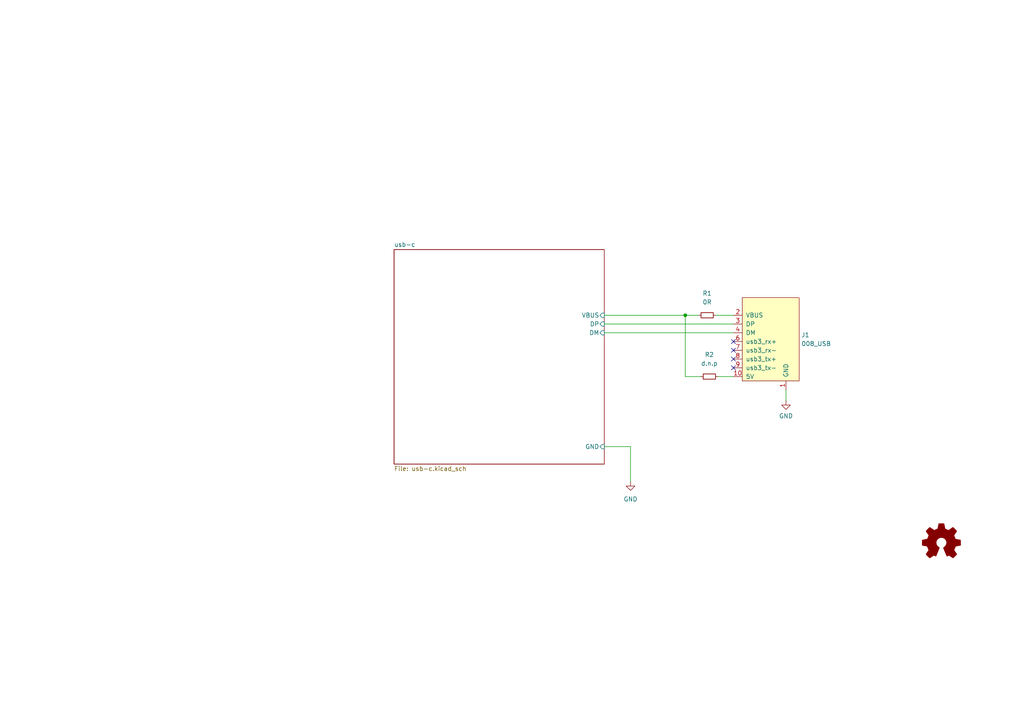
<source format=kicad_sch>
(kicad_sch (version 20211123) (generator eeschema)

  (uuid 57732dd3-1162-4c3f-88bd-31bf473d124d)

  (paper "A4")

  (lib_symbols
    (symbol "Device:R_Small" (pin_numbers hide) (pin_names (offset 0.254) hide) (in_bom yes) (on_board yes)
      (property "Reference" "R" (id 0) (at 0.762 0.508 0)
        (effects (font (size 1.27 1.27)) (justify left))
      )
      (property "Value" "R_Small" (id 1) (at 0.762 -1.016 0)
        (effects (font (size 1.27 1.27)) (justify left))
      )
      (property "Footprint" "" (id 2) (at 0 0 0)
        (effects (font (size 1.27 1.27)) hide)
      )
      (property "Datasheet" "~" (id 3) (at 0 0 0)
        (effects (font (size 1.27 1.27)) hide)
      )
      (property "ki_keywords" "R resistor" (id 4) (at 0 0 0)
        (effects (font (size 1.27 1.27)) hide)
      )
      (property "ki_description" "Resistor, small symbol" (id 5) (at 0 0 0)
        (effects (font (size 1.27 1.27)) hide)
      )
      (property "ki_fp_filters" "R_*" (id 6) (at 0 0 0)
        (effects (font (size 1.27 1.27)) hide)
      )
      (symbol "R_Small_0_1"
        (rectangle (start -0.762 1.778) (end 0.762 -1.778)
          (stroke (width 0.2032) (type default) (color 0 0 0 0))
          (fill (type none))
        )
      )
      (symbol "R_Small_1_1"
        (pin passive line (at 0 2.54 270) (length 0.762)
          (name "~" (effects (font (size 1.27 1.27))))
          (number "1" (effects (font (size 1.27 1.27))))
        )
        (pin passive line (at 0 -2.54 90) (length 0.762)
          (name "~" (effects (font (size 1.27 1.27))))
          (number "2" (effects (font (size 1.27 1.27))))
        )
      )
    )
    (symbol "Graphic:Logo_Open_Hardware_Small" (pin_names (offset 1.016)) (in_bom yes) (on_board yes)
      (property "Reference" "#LOGO" (id 0) (at 0 6.985 0)
        (effects (font (size 1.27 1.27)) hide)
      )
      (property "Value" "Logo_Open_Hardware_Small" (id 1) (at 0 -5.715 0)
        (effects (font (size 1.27 1.27)) hide)
      )
      (property "Footprint" "" (id 2) (at 0 0 0)
        (effects (font (size 1.27 1.27)) hide)
      )
      (property "Datasheet" "~" (id 3) (at 0 0 0)
        (effects (font (size 1.27 1.27)) hide)
      )
      (property "ki_keywords" "Logo" (id 4) (at 0 0 0)
        (effects (font (size 1.27 1.27)) hide)
      )
      (property "ki_description" "Open Hardware logo, small" (id 5) (at 0 0 0)
        (effects (font (size 1.27 1.27)) hide)
      )
      (symbol "Logo_Open_Hardware_Small_0_1"
        (polyline
          (pts
            (xy 3.3528 -4.3434)
            (xy 3.302 -4.318)
            (xy 3.175 -4.2418)
            (xy 2.9972 -4.1148)
            (xy 2.7686 -3.9624)
            (xy 2.54 -3.81)
            (xy 2.3622 -3.7084)
            (xy 2.2352 -3.6068)
            (xy 2.1844 -3.5814)
            (xy 2.159 -3.6068)
            (xy 2.0574 -3.6576)
            (xy 1.905 -3.7338)
            (xy 1.8034 -3.7846)
            (xy 1.6764 -3.8354)
            (xy 1.6002 -3.8354)
            (xy 1.6002 -3.8354)
            (xy 1.5494 -3.7338)
            (xy 1.4732 -3.5306)
            (xy 1.3462 -3.302)
            (xy 1.2446 -3.0226)
            (xy 1.1176 -2.7178)
            (xy 0.9652 -2.413)
            (xy 0.8636 -2.1082)
            (xy 0.7366 -1.8288)
            (xy 0.6604 -1.6256)
            (xy 0.6096 -1.4732)
            (xy 0.5842 -1.397)
            (xy 0.5842 -1.397)
            (xy 0.6604 -1.3208)
            (xy 0.7874 -1.2446)
            (xy 1.0414 -1.016)
            (xy 1.2954 -0.6858)
            (xy 1.4478 -0.3302)
            (xy 1.524 0.0762)
            (xy 1.4732 0.4572)
            (xy 1.3208 0.8128)
            (xy 1.0668 1.143)
            (xy 0.762 1.3716)
            (xy 0.4064 1.524)
            (xy 0 1.5748)
            (xy -0.381 1.5494)
            (xy -0.7366 1.397)
            (xy -1.0668 1.143)
            (xy -1.2192 0.9906)
            (xy -1.397 0.6604)
            (xy -1.524 0.3048)
            (xy -1.524 0.2286)
            (xy -1.4986 -0.1778)
            (xy -1.397 -0.5334)
            (xy -1.1938 -0.8636)
            (xy -0.9144 -1.143)
            (xy -0.8636 -1.1684)
            (xy -0.7366 -1.27)
            (xy -0.635 -1.3462)
            (xy -0.5842 -1.397)
            (xy -1.0668 -2.5908)
            (xy -1.143 -2.794)
            (xy -1.2954 -3.1242)
            (xy -1.397 -3.4036)
            (xy -1.4986 -3.6322)
            (xy -1.5748 -3.7846)
            (xy -1.6002 -3.8354)
            (xy -1.6002 -3.8354)
            (xy -1.651 -3.8354)
            (xy -1.7272 -3.81)
            (xy -1.905 -3.7338)
            (xy -2.0066 -3.683)
            (xy -2.1336 -3.6068)
            (xy -2.2098 -3.5814)
            (xy -2.2606 -3.6068)
            (xy -2.3622 -3.683)
            (xy -2.54 -3.81)
            (xy -2.7686 -3.9624)
            (xy -2.9718 -4.0894)
            (xy -3.1496 -4.2164)
            (xy -3.302 -4.318)
            (xy -3.3528 -4.3434)
            (xy -3.3782 -4.3434)
            (xy -3.429 -4.318)
            (xy -3.5306 -4.2164)
            (xy -3.7084 -4.064)
            (xy -3.937 -3.8354)
            (xy -3.9624 -3.81)
            (xy -4.1656 -3.6068)
            (xy -4.318 -3.4544)
            (xy -4.4196 -3.3274)
            (xy -4.445 -3.2766)
            (xy -4.445 -3.2766)
            (xy -4.4196 -3.2258)
            (xy -4.318 -3.0734)
            (xy -4.2164 -2.8956)
            (xy -4.064 -2.667)
            (xy -3.6576 -2.0828)
            (xy -3.8862 -1.5494)
            (xy -3.937 -1.3716)
            (xy -4.0386 -1.1684)
            (xy -4.0894 -1.0414)
            (xy -4.1148 -0.9652)
            (xy -4.191 -0.9398)
            (xy -4.318 -0.9144)
            (xy -4.5466 -0.8636)
            (xy -4.8006 -0.8128)
            (xy -5.0546 -0.7874)
            (xy -5.2578 -0.7366)
            (xy -5.4356 -0.7112)
            (xy -5.5118 -0.6858)
            (xy -5.5118 -0.6858)
            (xy -5.5372 -0.635)
            (xy -5.5372 -0.5588)
            (xy -5.5372 -0.4318)
            (xy -5.5626 -0.2286)
            (xy -5.5626 0.0762)
            (xy -5.5626 0.127)
            (xy -5.5372 0.4064)
            (xy -5.5372 0.635)
            (xy -5.5372 0.762)
            (xy -5.5372 0.8382)
            (xy -5.5372 0.8382)
            (xy -5.461 0.8382)
            (xy -5.3086 0.889)
            (xy -5.08 0.9144)
            (xy -4.826 0.9652)
            (xy -4.8006 0.9906)
            (xy -4.5466 1.0414)
            (xy -4.318 1.0668)
            (xy -4.1656 1.1176)
            (xy -4.0894 1.143)
            (xy -4.0894 1.143)
            (xy -4.0386 1.2446)
            (xy -3.9624 1.4224)
            (xy -3.8608 1.6256)
            (xy -3.7846 1.8288)
            (xy -3.7084 2.0066)
            (xy -3.6576 2.159)
            (xy -3.6322 2.2098)
            (xy -3.6322 2.2098)
            (xy -3.683 2.286)
            (xy -3.7592 2.413)
            (xy -3.8862 2.5908)
            (xy -4.064 2.8194)
            (xy -4.064 2.8448)
            (xy -4.2164 3.0734)
            (xy -4.3434 3.2512)
            (xy -4.4196 3.3782)
            (xy -4.445 3.4544)
            (xy -4.445 3.4544)
            (xy -4.3942 3.5052)
            (xy -4.2926 3.6322)
            (xy -4.1148 3.81)
            (xy -3.937 4.0132)
            (xy -3.8608 4.064)
            (xy -3.6576 4.2926)
            (xy -3.5052 4.4196)
            (xy -3.4036 4.4958)
            (xy -3.3528 4.5212)
            (xy -3.3528 4.5212)
            (xy -3.302 4.4704)
            (xy -3.1496 4.3688)
            (xy -2.9718 4.2418)
            (xy -2.7432 4.0894)
            (xy -2.7178 4.0894)
            (xy -2.4892 3.937)
            (xy -2.3114 3.81)
            (xy -2.1844 3.7084)
            (xy -2.1336 3.683)
            (xy -2.1082 3.683)
            (xy -2.032 3.7084)
            (xy -1.8542 3.7592)
            (xy -1.6764 3.8354)
            (xy -1.4732 3.937)
            (xy -1.27 4.0132)
            (xy -1.143 4.064)
            (xy -1.0668 4.1148)
            (xy -1.0668 4.1148)
            (xy -1.0414 4.191)
            (xy -1.016 4.3434)
            (xy -0.9652 4.572)
            (xy -0.9144 4.8514)
            (xy -0.889 4.9022)
            (xy -0.8382 5.1562)
            (xy -0.8128 5.3848)
            (xy -0.7874 5.5372)
            (xy -0.762 5.588)
            (xy -0.7112 5.6134)
            (xy -0.5842 5.6134)
            (xy -0.4064 5.6134)
            (xy -0.1524 5.6134)
            (xy 0.0762 5.6134)
            (xy 0.3302 5.6134)
            (xy 0.5334 5.6134)
            (xy 0.6858 5.588)
            (xy 0.7366 5.588)
            (xy 0.7366 5.588)
            (xy 0.762 5.5118)
            (xy 0.8128 5.334)
            (xy 0.8382 5.1054)
            (xy 0.9144 4.826)
            (xy 0.9144 4.7752)
            (xy 0.9652 4.5212)
            (xy 1.016 4.2926)
            (xy 1.0414 4.1402)
            (xy 1.0668 4.0894)
            (xy 1.0668 4.0894)
            (xy 1.1938 4.0386)
            (xy 1.3716 3.9624)
            (xy 1.5748 3.8608)
            (xy 2.0828 3.6576)
            (xy 2.7178 4.0894)
            (xy 2.7686 4.1402)
            (xy 2.9972 4.2926)
            (xy 3.175 4.4196)
            (xy 3.302 4.4958)
            (xy 3.3782 4.5212)
            (xy 3.3782 4.5212)
            (xy 3.429 4.4704)
            (xy 3.556 4.3434)
            (xy 3.7338 4.191)
            (xy 3.9116 3.9878)
            (xy 4.064 3.8354)
            (xy 4.2418 3.6576)
            (xy 4.3434 3.556)
            (xy 4.4196 3.4798)
            (xy 4.4196 3.429)
            (xy 4.4196 3.4036)
            (xy 4.3942 3.3274)
            (xy 4.2926 3.2004)
            (xy 4.1656 2.9972)
            (xy 4.0132 2.794)
            (xy 3.8862 2.5908)
            (xy 3.7592 2.3876)
            (xy 3.6576 2.2352)
            (xy 3.6322 2.159)
            (xy 3.6322 2.1336)
            (xy 3.683 2.0066)
            (xy 3.7592 1.8288)
            (xy 3.8608 1.6002)
            (xy 4.064 1.1176)
            (xy 4.3942 1.0414)
            (xy 4.5974 1.016)
            (xy 4.8768 0.9652)
            (xy 5.1308 0.9144)
            (xy 5.5372 0.8382)
            (xy 5.5626 -0.6604)
            (xy 5.4864 -0.6858)
            (xy 5.4356 -0.6858)
            (xy 5.2832 -0.7366)
            (xy 5.0546 -0.762)
            (xy 4.8006 -0.8128)
            (xy 4.5974 -0.8636)
            (xy 4.3688 -0.9144)
            (xy 4.2164 -0.9398)
            (xy 4.1402 -0.9398)
            (xy 4.1148 -0.9652)
            (xy 4.064 -1.0668)
            (xy 3.9878 -1.2446)
            (xy 3.9116 -1.4478)
            (xy 3.81 -1.651)
            (xy 3.7338 -1.8542)
            (xy 3.683 -2.0066)
            (xy 3.6576 -2.0828)
            (xy 3.683 -2.1336)
            (xy 3.7846 -2.2606)
            (xy 3.8862 -2.4638)
            (xy 4.0386 -2.667)
            (xy 4.191 -2.8956)
            (xy 4.318 -3.0734)
            (xy 4.3942 -3.2004)
            (xy 4.445 -3.2766)
            (xy 4.4196 -3.3274)
            (xy 4.3434 -3.429)
            (xy 4.1656 -3.5814)
            (xy 3.937 -3.8354)
            (xy 3.8862 -3.8608)
            (xy 3.683 -4.064)
            (xy 3.5306 -4.2164)
            (xy 3.4036 -4.318)
            (xy 3.3528 -4.3434)
          )
          (stroke (width 0) (type default) (color 0 0 0 0))
          (fill (type outline))
        )
      )
    )
    (symbol "power:GND" (power) (pin_names (offset 0)) (in_bom yes) (on_board yes)
      (property "Reference" "#PWR" (id 0) (at 0 -6.35 0)
        (effects (font (size 1.27 1.27)) hide)
      )
      (property "Value" "GND" (id 1) (at 0 -3.81 0)
        (effects (font (size 1.27 1.27)))
      )
      (property "Footprint" "" (id 2) (at 0 0 0)
        (effects (font (size 1.27 1.27)) hide)
      )
      (property "Datasheet" "" (id 3) (at 0 0 0)
        (effects (font (size 1.27 1.27)) hide)
      )
      (property "ki_keywords" "power-flag" (id 4) (at 0 0 0)
        (effects (font (size 1.27 1.27)) hide)
      )
      (property "ki_description" "Power symbol creates a global label with name \"GND\" , ground" (id 5) (at 0 0 0)
        (effects (font (size 1.27 1.27)) hide)
      )
      (symbol "GND_0_1"
        (polyline
          (pts
            (xy 0 0)
            (xy 0 -1.27)
            (xy 1.27 -1.27)
            (xy 0 -2.54)
            (xy -1.27 -1.27)
            (xy 0 -1.27)
          )
          (stroke (width 0) (type default) (color 0 0 0 0))
          (fill (type none))
        )
      )
      (symbol "GND_1_1"
        (pin power_in line (at 0 0 270) (length 0) hide
          (name "GND" (effects (font (size 1.27 1.27))))
          (number "1" (effects (font (size 1.27 1.27))))
        )
      )
    )
    (symbol "put_on_edge:008_USB" (pin_names (offset 1.016)) (in_bom yes) (on_board yes)
      (property "Reference" "J" (id 0) (at -2.54 13.97 0)
        (effects (font (size 1.27 1.27)))
      )
      (property "Value" "008_USB" (id 1) (at 8.89 13.97 0)
        (effects (font (size 1.27 1.27)))
      )
      (property "Footprint" "" (id 2) (at 7.62 16.51 0)
        (effects (font (size 1.27 1.27)) hide)
      )
      (property "Datasheet" "" (id 3) (at 7.62 16.51 0)
        (effects (font (size 1.27 1.27)) hide)
      )
      (symbol "008_USB_0_1"
        (rectangle (start -8.89 12.7) (end 7.62 -11.43)
          (stroke (width 0) (type default) (color 0 0 0 0))
          (fill (type background))
        )
      )
      (symbol "008_USB_1_1"
        (pin power_in line (at 3.81 -13.97 90) (length 2.54)
          (name "GND" (effects (font (size 1.27 1.27))))
          (number "1" (effects (font (size 1.27 1.27))))
        )
        (pin power_in line (at -11.43 -10.16 0) (length 2.54)
          (name "5V" (effects (font (size 1.27 1.27))))
          (number "10" (effects (font (size 1.27 1.27))))
        )
        (pin power_in line (at -11.43 7.62 0) (length 2.54)
          (name "VBUS" (effects (font (size 1.27 1.27))))
          (number "2" (effects (font (size 1.27 1.27))))
        )
        (pin bidirectional line (at -11.43 5.08 0) (length 2.54)
          (name "DP" (effects (font (size 1.27 1.27))))
          (number "3" (effects (font (size 1.27 1.27))))
        )
        (pin bidirectional line (at -11.43 2.54 0) (length 2.54)
          (name "DM" (effects (font (size 1.27 1.27))))
          (number "4" (effects (font (size 1.27 1.27))))
        )
        (pin input line (at -11.43 0 0) (length 2.54)
          (name "usb3_rx+" (effects (font (size 1.27 1.27))))
          (number "6" (effects (font (size 1.27 1.27))))
        )
        (pin input line (at -11.43 -2.54 0) (length 2.54)
          (name "usb3_rx-" (effects (font (size 1.27 1.27))))
          (number "7" (effects (font (size 1.27 1.27))))
        )
        (pin input line (at -11.43 -5.08 0) (length 2.54)
          (name "usb3_tx+" (effects (font (size 1.27 1.27))))
          (number "8" (effects (font (size 1.27 1.27))))
        )
        (pin input line (at -11.43 -7.62 0) (length 2.54)
          (name "usb3_tx-" (effects (font (size 1.27 1.27))))
          (number "9" (effects (font (size 1.27 1.27))))
        )
      )
    )
  )

  (junction (at 198.755 91.44) (diameter 0) (color 0 0 0 0)
    (uuid 22886355-7435-405d-8e03-5da293d70a13)
  )

  (no_connect (at 212.725 106.68) (uuid dee7acaa-6648-4176-b57c-7681de2640db))
  (no_connect (at 212.725 99.06) (uuid dee7acaa-6648-4176-b57c-7681de2640db))
  (no_connect (at 212.725 101.6) (uuid dee7acaa-6648-4176-b57c-7681de2640db))
  (no_connect (at 212.725 104.14) (uuid dee7acaa-6648-4176-b57c-7681de2640db))

  (wire (pts (xy 175.26 93.98) (xy 212.725 93.98))
    (stroke (width 0) (type default) (color 0 0 0 0))
    (uuid 2126a4f0-8bc7-4d81-8861-b835b8d22795)
  )
  (wire (pts (xy 175.26 96.52) (xy 212.725 96.52))
    (stroke (width 0) (type default) (color 0 0 0 0))
    (uuid 380ab8e1-16f4-46d4-8b92-0177b9189b1f)
  )
  (wire (pts (xy 207.645 91.44) (xy 212.725 91.44))
    (stroke (width 0) (type default) (color 0 0 0 0))
    (uuid 45e603b8-724e-4f2b-91f5-a318dfeeaec1)
  )
  (wire (pts (xy 203.2 109.22) (xy 198.755 109.22))
    (stroke (width 0) (type default) (color 0 0 0 0))
    (uuid 4842d8a4-f251-4215-b2ac-7015def95114)
  )
  (wire (pts (xy 208.28 109.22) (xy 212.725 109.22))
    (stroke (width 0) (type default) (color 0 0 0 0))
    (uuid 4dac995a-5fbb-4b53-8b62-086a912d382b)
  )
  (wire (pts (xy 182.88 129.54) (xy 182.88 139.7))
    (stroke (width 0) (type default) (color 0 0 0 0))
    (uuid 5a1fc14d-1d6f-444c-82b2-77ce3f0eeb3f)
  )
  (wire (pts (xy 198.755 91.44) (xy 198.755 109.22))
    (stroke (width 0) (type default) (color 0 0 0 0))
    (uuid a1e6bf0e-767a-45a4-85f8-23e3f4262458)
  )
  (wire (pts (xy 175.26 129.54) (xy 182.88 129.54))
    (stroke (width 0) (type default) (color 0 0 0 0))
    (uuid b5f50e6e-6728-4454-96f5-44e0bc388ce5)
  )
  (wire (pts (xy 198.755 91.44) (xy 202.565 91.44))
    (stroke (width 0) (type default) (color 0 0 0 0))
    (uuid b6fc1c94-3cfa-4a4e-854f-de33101a54e6)
  )
  (wire (pts (xy 227.965 113.03) (xy 227.965 116.205))
    (stroke (width 0) (type default) (color 0 0 0 0))
    (uuid c7634956-a263-407e-a159-7d7c8a5a78c6)
  )
  (wire (pts (xy 175.26 91.44) (xy 198.755 91.44))
    (stroke (width 0) (type default) (color 0 0 0 0))
    (uuid d0069daa-b499-4402-906d-dbfe1e6d7df0)
  )

  (symbol (lib_id "put_on_edge:008_USB") (at 224.155 99.06 0) (unit 1)
    (in_bom yes) (on_board yes) (fields_autoplaced)
    (uuid 17deb0fd-3d51-4892-b205-a2b51c87faeb)
    (property "Reference" "J1" (id 0) (at 232.41 97.1549 0)
      (effects (font (size 1.27 1.27)) (justify left))
    )
    (property "Value" "008_USB" (id 1) (at 232.41 99.6949 0)
      (effects (font (size 1.27 1.27)) (justify left))
    )
    (property "Footprint" "on_edge:on_edge_2x05_host" (id 2) (at 231.775 82.55 0)
      (effects (font (size 1.27 1.27)) hide)
    )
    (property "Datasheet" "" (id 3) (at 231.775 82.55 0)
      (effects (font (size 1.27 1.27)) hide)
    )
    (pin "1" (uuid 5283377d-2975-46dd-a193-26e6f3442452))
    (pin "10" (uuid 2570d3b9-e10f-4d94-bc88-d81624a3345f))
    (pin "2" (uuid d326e176-c702-4f5e-b04e-7c8d6ea0be84))
    (pin "3" (uuid 9a538423-d674-40f4-a8b0-7a3922bbd6ef))
    (pin "4" (uuid 6a232e63-955f-40fc-b9f5-c3b007912d27))
    (pin "6" (uuid 32ffa88c-9235-470f-9a68-27d820bbbbf6))
    (pin "7" (uuid 81ab7943-349c-4d97-b0bf-8c7d64f83081))
    (pin "8" (uuid f1b852f0-cc36-4081-ad9d-dc2f1a85f5be))
    (pin "9" (uuid c7e6b435-25f8-4099-8756-53324bff590a))
  )

  (symbol (lib_id "Device:R_Small") (at 205.105 91.44 90) (unit 1)
    (in_bom yes) (on_board yes) (fields_autoplaced)
    (uuid 3d7e58b1-d646-4b28-a70e-0198ef06f30f)
    (property "Reference" "R1" (id 0) (at 205.105 85.09 90))
    (property "Value" "0R" (id 1) (at 205.105 87.63 90))
    (property "Footprint" "Resistor_SMD:R_0603_1608Metric" (id 2) (at 205.105 91.44 0)
      (effects (font (size 1.27 1.27)) hide)
    )
    (property "Datasheet" "~" (id 3) (at 205.105 91.44 0)
      (effects (font (size 1.27 1.27)) hide)
    )
    (pin "1" (uuid 3b6ae181-44e2-45fc-af2f-5e0cd5bbeed2))
    (pin "2" (uuid cd221b2d-5f26-4988-bbc4-9fbd5bed8535))
  )

  (symbol (lib_id "power:GND") (at 227.965 116.205 0) (unit 1)
    (in_bom yes) (on_board yes) (fields_autoplaced)
    (uuid 5e6a4aa1-d4a3-46da-b5d3-3972b4f00fc8)
    (property "Reference" "#PWR0101" (id 0) (at 227.965 122.555 0)
      (effects (font (size 1.27 1.27)) hide)
    )
    (property "Value" "GND" (id 1) (at 227.965 120.65 0))
    (property "Footprint" "" (id 2) (at 227.965 116.205 0)
      (effects (font (size 1.27 1.27)) hide)
    )
    (property "Datasheet" "" (id 3) (at 227.965 116.205 0)
      (effects (font (size 1.27 1.27)) hide)
    )
    (pin "1" (uuid 085394fe-142f-47d0-be59-7ef9d4bc0bac))
  )

  (symbol (lib_id "Device:R_Small") (at 205.74 109.22 90) (unit 1)
    (in_bom yes) (on_board yes) (fields_autoplaced)
    (uuid 7fe63534-1f2c-42bc-90dd-637c0b5510a5)
    (property "Reference" "R2" (id 0) (at 205.74 102.87 90))
    (property "Value" "d.n.p" (id 1) (at 205.74 105.41 90))
    (property "Footprint" "Resistor_SMD:R_0603_1608Metric" (id 2) (at 205.74 109.22 0)
      (effects (font (size 1.27 1.27)) hide)
    )
    (property "Datasheet" "~" (id 3) (at 205.74 109.22 0)
      (effects (font (size 1.27 1.27)) hide)
    )
    (pin "1" (uuid 99eb8e36-9980-4a09-8e45-1804f04c64d8))
    (pin "2" (uuid cdd59edd-b6e9-4547-a227-1f8aaca16760))
  )

  (symbol (lib_id "power:GND") (at 182.88 139.7 0) (unit 1)
    (in_bom yes) (on_board yes) (fields_autoplaced)
    (uuid 971afa99-5d33-4a72-a8e1-edd3c45138ed)
    (property "Reference" "#PWR0102" (id 0) (at 182.88 146.05 0)
      (effects (font (size 1.27 1.27)) hide)
    )
    (property "Value" "GND" (id 1) (at 182.88 144.78 0))
    (property "Footprint" "" (id 2) (at 182.88 139.7 0)
      (effects (font (size 1.27 1.27)) hide)
    )
    (property "Datasheet" "" (id 3) (at 182.88 139.7 0)
      (effects (font (size 1.27 1.27)) hide)
    )
    (pin "1" (uuid 0e12e353-ffd6-4e27-8957-653e209f57b0))
  )

  (symbol (lib_id "Graphic:Logo_Open_Hardware_Small") (at 273.05 157.48 0) (unit 1)
    (in_bom yes) (on_board yes) (fields_autoplaced)
    (uuid b72b6f4a-7489-40f2-bb90-d75ae01aa368)
    (property "Reference" "LOGO1" (id 0) (at 273.05 150.495 0)
      (effects (font (size 1.27 1.27)) hide)
    )
    (property "Value" "Logo_Open_Hardware_Small" (id 1) (at 273.05 163.195 0)
      (effects (font (size 1.27 1.27)) hide)
    )
    (property "Footprint" "Symbol:OSHW-Symbol_6.7x6mm_SilkScreen" (id 2) (at 273.05 157.48 0)
      (effects (font (size 1.27 1.27)) hide)
    )
    (property "Datasheet" "~" (id 3) (at 273.05 157.48 0)
      (effects (font (size 1.27 1.27)) hide)
    )
  )

  (sheet (at 114.3 72.39) (size 60.96 62.23) (fields_autoplaced)
    (stroke (width 0.1524) (type solid) (color 0 0 0 0))
    (fill (color 0 0 0 0.0000))
    (uuid 767ce4c6-0e55-4543-92f0-34cb8237a544)
    (property "Sheet name" "usb-c" (id 0) (at 114.3 71.6784 0)
      (effects (font (size 1.27 1.27)) (justify left bottom))
    )
    (property "Sheet file" "usb-c.kicad_sch" (id 1) (at 114.3 135.2046 0)
      (effects (font (size 1.27 1.27)) (justify left top))
    )
    (pin "GND" input (at 175.26 129.54 0)
      (effects (font (size 1.27 1.27)) (justify right))
      (uuid 466cf29f-04d2-4303-aa26-8ec28548d2f2)
    )
    (pin "DP" input (at 175.26 93.98 0)
      (effects (font (size 1.27 1.27)) (justify right))
      (uuid 6b7b1cac-3bf3-4edd-a148-2b394fafefa8)
    )
    (pin "DM" input (at 175.26 96.52 0)
      (effects (font (size 1.27 1.27)) (justify right))
      (uuid e094df5c-67ef-456b-8d59-0ae6293cd905)
    )
    (pin "VBUS" input (at 175.26 91.44 0)
      (effects (font (size 1.27 1.27)) (justify right))
      (uuid 50f247da-5764-4766-a47e-3cc2afc7bb53)
    )
  )

  (sheet_instances
    (path "/" (page "1"))
    (path "/767ce4c6-0e55-4543-92f0-34cb8237a544" (page "2"))
  )

  (symbol_instances
    (path "/5e6a4aa1-d4a3-46da-b5d3-3972b4f00fc8"
      (reference "#PWR0101") (unit 1) (value "GND") (footprint "")
    )
    (path "/971afa99-5d33-4a72-a8e1-edd3c45138ed"
      (reference "#PWR0102") (unit 1) (value "GND") (footprint "")
    )
    (path "/767ce4c6-0e55-4543-92f0-34cb8237a544/2fb7ba84-27df-4ba8-89e5-449599ccec1c"
      (reference "C1") (unit 1) (value "100pF") (footprint "Capacitor_SMD:C_0402_1005Metric")
    )
    (path "/17deb0fd-3d51-4892-b205-a2b51c87faeb"
      (reference "J1") (unit 1) (value "008_USB") (footprint "on_edge:on_edge_2x05_host")
    )
    (path "/767ce4c6-0e55-4543-92f0-34cb8237a544/3957db05-3d9a-4c44-9394-6fa030c812bc"
      (reference "J2") (unit 1) (value "USB4105-GF-A") (footprint "b051:GCT_USB4105-GF-A")
    )
    (path "/b72b6f4a-7489-40f2-bb90-d75ae01aa368"
      (reference "LOGO1") (unit 1) (value "Logo_Open_Hardware_Small") (footprint "Symbol:OSHW-Symbol_6.7x6mm_SilkScreen")
    )
    (path "/3d7e58b1-d646-4b28-a70e-0198ef06f30f"
      (reference "R1") (unit 1) (value "0R") (footprint "Resistor_SMD:R_0603_1608Metric")
    )
    (path "/7fe63534-1f2c-42bc-90dd-637c0b5510a5"
      (reference "R2") (unit 1) (value "d.n.p") (footprint "Resistor_SMD:R_0603_1608Metric")
    )
    (path "/767ce4c6-0e55-4543-92f0-34cb8237a544/da555534-0d8b-4fce-bf23-3cbb489fecb4"
      (reference "R3") (unit 1) (value "5.1k") (footprint "Resistor_SMD:R_0402_1005Metric")
    )
    (path "/767ce4c6-0e55-4543-92f0-34cb8237a544/7bb695e5-cb67-4497-bcbc-b58732a4a47b"
      (reference "R4") (unit 1) (value "5.1k") (footprint "Resistor_SMD:R_0402_1005Metric")
    )
  )
)

</source>
